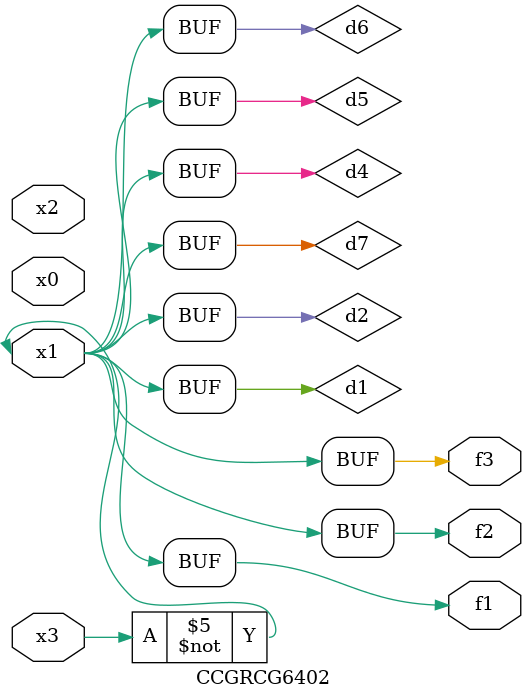
<source format=v>
module CCGRCG6402(
	input x0, x1, x2, x3,
	output f1, f2, f3
);

	wire d1, d2, d3, d4, d5, d6, d7;

	not (d1, x3);
	buf (d2, x1);
	xnor (d3, d1, d2);
	nor (d4, d1);
	buf (d5, d1, d2);
	buf (d6, d4, d5);
	nand (d7, d4);
	assign f1 = d6;
	assign f2 = d7;
	assign f3 = d6;
endmodule

</source>
